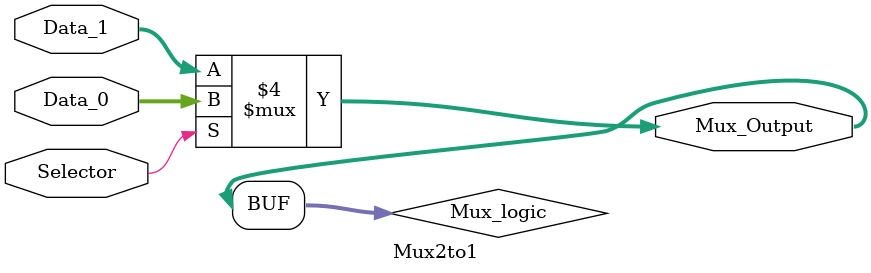
<source format=v>
/*********************** 
* Name:
*	Mux2to1.v
* Description:
* Multiplexor de dos entradas a una salida
* 
* Inputs:
*	Selector: Selector Inpput
*	Data_0: Data 0 input to be selected
*	Data_1: Data 1 input to be selected
*  
* Outputs:
*  Mux_Output: Single Output from MUX
* Version:  
*	1.0
* Author: 
*	Ivan Martinez Flores & Jorge Araiza Martinez 
* Fecha: 
*	2/10/2018
***********************/
module Mux2to1
#(
	parameter WORD_LENGTH = 4,
	parameter WORD = WORD_LENGTH*2 
)
(
	// Input Ports
	input Selector,
	input [WORD-1 : 0] Data_0,
	input [WORD-1 : 0] Data_1,
	
	// Output Ports
	output [WORD-1 : 0] Mux_Output

);

reg [WORD-1 : 0] Mux_logic;

always@(Selector,Data_0 or Data_1) begin
	if(Selector == 1'b1)
		Mux_logic = Data_0;
	else
		Mux_logic = Data_1;
end

assign Mux_Output = Mux_logic;

endmodule
</source>
